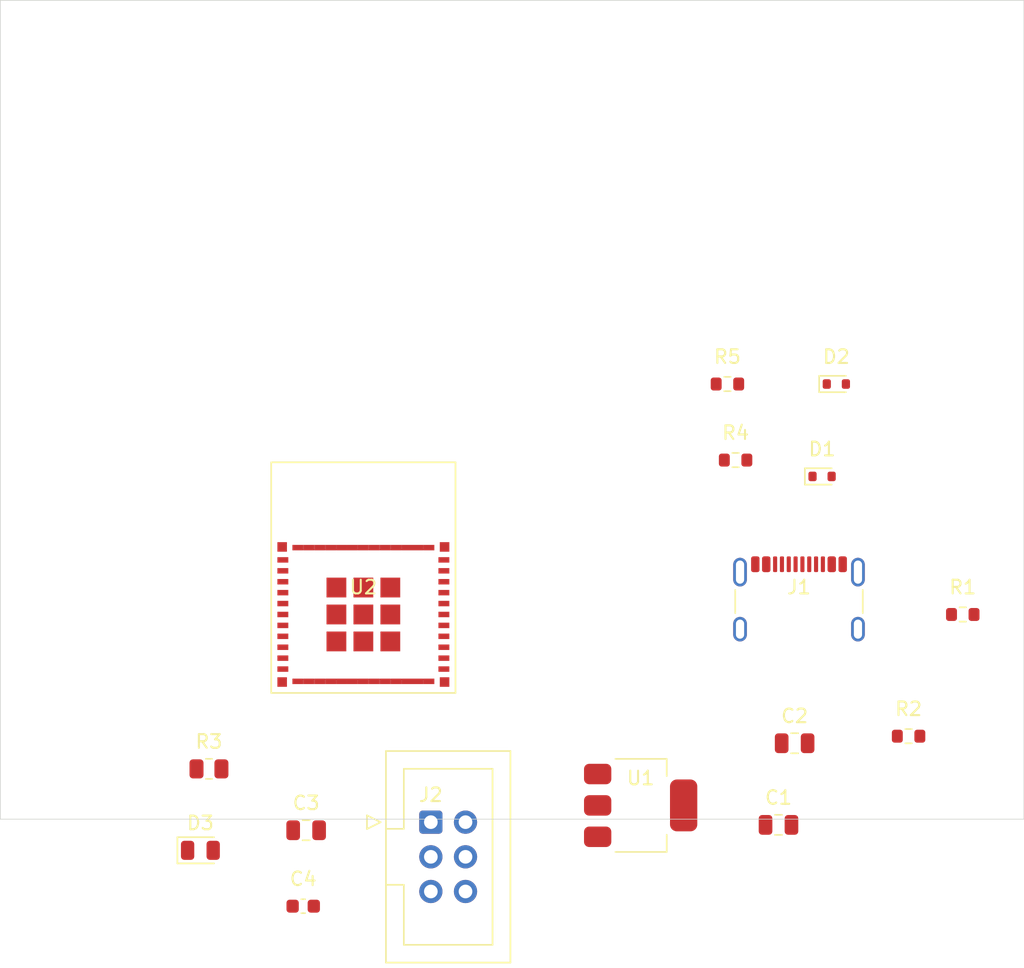
<source format=kicad_pcb>
(kicad_pcb (version 20241229) (generator "pcbnew") (generator_version "9.0")
  (layers (0 "F.Cu" signal) (2 "B.Cu" signal) (13 "F.Paste" user) (15 "B.Paste" user) (5 "F.SilkS" user "F.Silkscreen") (7 "B.SilkS" user "B.Silkscreen") (1 "F.Mask" user) (3 "B.Mask" user) (25 "Edge.Cuts" user))
  (net 0 "")
  (net 1 "VBUS")
  (net 2 "GND")
  (net 3 "USB_DP")
  (net 4 "USB_DM")
  (net 5 "N$1")
  (net 6 "N$2")
  (net 7 "VCC_3V3")
  (net 8 "USB_DP_MCU")
  (net 9 "USB_DM_MCU")
  (net 10 "DEBUG_EN")
  (net 11 "DEBUG_IO0")
  (net 12 "LED_CONTROL")
  (net 13 "DEBUG_TX")
  (net 14 "DEBUG_RX")
  (net 15 "ESP32_C6_MCU/ESP32_C6_MCU{slash}N$3")
  (footprint "Capacitor_SMD:C_0805_2012Metric" (layer "F.Cu") (at 58.20010170234195 54.43543952143958)
    (property "Reference" "C2" (at 0 -2 0) (layer "F.SilkS") (effects (font (size 1.0 1.0))))
    (property "Value" "10uF")
    (fp_line (start -0.261252 -0.735) (end 0.261252 -0.735) (stroke (width 0.12)) (layer "F.SilkS"))
    (fp_line (start -0.261252 0.735) (end 0.261252 0.735) (stroke (width 0.12)) (layer "F.SilkS"))
    (pad "1" smd roundrect (at -0.95 0.0) (size 1.0 1.45) (layers "F.Cu" "F.Mask" "F.Paste") (net 1 "VBUS"))
    (pad "2" smd roundrect (at 0.95 0.0) (size 1.0 1.45) (layers "F.Cu" "F.Mask" "F.Paste") (net 2 "GND"))
  )
  (footprint "Capacitor_SMD:C_0805_2012Metric" (layer "F.Cu") (at 22.407079123690085 60.810020209876484)
    (property "Reference" "C3" (at 0 -2 0) (layer "F.SilkS") (effects (font (size 1.0 1.0))))
    (property "Value" "22uF")
    (fp_line (start -0.261252 -0.735) (end 0.261252 -0.735) (stroke (width 0.12)) (layer "F.SilkS"))
    (fp_line (start -0.261252 0.735) (end 0.261252 0.735) (stroke (width 0.12)) (layer "F.SilkS"))
    (pad "1" smd roundrect (at -0.95 0.0) (size 1.0 1.45) (layers "F.Cu" "F.Mask" "F.Paste") (net 7 "VCC_3V3"))
    (pad "2" smd roundrect (at 0.95 0.0) (size 1.0 1.45) (layers "F.Cu" "F.Mask" "F.Paste") (net 2 "GND"))
  )
  (footprint "Package_TO_SOT_SMD:SOT-223-3_TabPin2" (layer "F.Cu") (at 46.917657912972686 58.99003932596955)
    (property "Reference" "U1" (at 0 -2 0) (layer "F.SilkS") (effects (font (size 1.0 1.0))))
    (property "Value" "~")
    (fp_line (start -1.85 -3.41) (end 1.91 -3.41) (stroke (width 0.12)) (layer "F.SilkS"))
    (fp_line (start -1.85 3.41) (end 1.91 3.41) (stroke (width 0.12)) (layer "F.SilkS"))
    (fp_line (start 1.91 -3.41) (end 1.91 -2.15) (stroke (width 0.12)) (layer "F.SilkS"))
    (fp_line (start 1.91 3.41) (end 1.91 2.15) (stroke (width 0.12)) (layer "F.SilkS"))
    (pad "1" smd roundrect (at -3.15 -2.3) (size 2.0 1.5) (layers "F.Cu" "F.Mask" "F.Paste") (net 2 "GND"))
    (pad "2" smd roundrect (at -3.15 0.0) (size 2.0 1.5) (layers "F.Cu" "F.Mask" "F.Paste") (net 7 "VCC_3V3"))
    (pad "2" smd roundrect (at 3.15 0.0) (size 2.0 3.8) (layers "F.Cu" "F.Mask" "F.Paste") (net 7 "VCC_3V3"))
    (pad "3" smd roundrect (at -3.15 2.3) (size 2.0 1.5) (layers "F.Cu" "F.Mask" "F.Paste") (net 1 "VBUS"))
  )
  (footprint "Capacitor_SMD:C_0603_1608Metric" (layer "F.Cu") (at 22.19237515084938 66.3733690427256)
    (property "Reference" "C4" (at 0 -2 0) (layer "F.SilkS") (effects (font (size 1.0 1.0))))
    (property "Value" "100nF")
    (fp_line (start -0.14058 -0.51) (end 0.14058 -0.51) (stroke (width 0.12)) (layer "F.SilkS"))
    (fp_line (start -0.14058 0.51) (end 0.14058 0.51) (stroke (width 0.12)) (layer "F.SilkS"))
    (pad "1" smd roundrect (at -0.775 0.0) (size 0.9 0.95) (layers "F.Cu" "F.Mask" "F.Paste") (net 7 "VCC_3V3"))
    (pad "2" smd roundrect (at 0.775 0.0) (size 0.9 0.95) (layers "F.Cu" "F.Mask" "F.Paste") (net 2 "GND"))
  )
  (footprint "Resistor_SMD:R_0603_1608Metric" (layer "F.Cu") (at 53.873708498984755 33.68629150101523)
    (property "Reference" "R4" (at 0 -2 0) (layer "F.SilkS") (effects (font (size 1.0 1.0))))
    (property "Value" "22")
    (fp_line (start -0.237258 -0.5225) (end 0.237258 -0.5225) (stroke (width 0.12)) (layer "F.SilkS"))
    (fp_line (start -0.237258 0.5225) (end 0.237258 0.5225) (stroke (width 0.12)) (layer "F.SilkS"))
    (pad "1" smd roundrect (at -0.825 0.0) (size 0.8 0.95) (layers "F.Cu" "F.Mask" "F.Paste") (net 3 "USB_DP"))
    (pad "2" smd roundrect (at 0.825 0.0) (size 0.8 0.95) (layers "F.Cu" "F.Mask" "F.Paste") (net 8 "USB_DP_MCU"))
  )
  (footprint "Resistor_SMD:R_0603_1608Metric" (layer "F.Cu") (at 53.276535899579926 28.1134414899597)
    (property "Reference" "R5" (at 0 -2 0) (layer "F.SilkS") (effects (font (size 1.0 1.0))))
    (property "Value" "22")
    (fp_line (start -0.237258 -0.5225) (end 0.237258 -0.5225) (stroke (width 0.12)) (layer "F.SilkS"))
    (fp_line (start -0.237258 0.5225) (end 0.237258 0.5225) (stroke (width 0.12)) (layer "F.SilkS"))
    (pad "1" smd roundrect (at -0.825 0.0) (size 0.8 0.95) (layers "F.Cu" "F.Mask" "F.Paste") (net 4 "USB_DM"))
    (pad "2" smd roundrect (at 0.825 0.0) (size 0.8 0.95) (layers "F.Cu" "F.Mask" "F.Paste") (net 9 "USB_DM_MCU"))
  )
  (footprint "RF_Module:ESP32-C6-MINI-1" (layer "F.Cu") (at 26.599999999999998 45.0)
    (property "Reference" "U2" (at 0 -2 0) (layer "F.SilkS") (effects (font (size 1.0 1.0))))
    (property "Value" "~")
    (fp_line (start -6.75 -11.15) (end 6.75 -11.15) (stroke (width 0.12)) (layer "F.SilkS"))
    (fp_line (start -6.75 5.75) (end -6.75 -11.15) (stroke (width 0.12)) (layer "F.SilkS"))
    (fp_line (start 6.75 -11.15) (end 6.75 5.75) (stroke (width 0.12)) (layer "F.SilkS"))
    (fp_line (start 6.75 5.75) (end -6.75 5.75) (stroke (width 0.12)) (layer "F.SilkS"))
    (pad "1" smd rect (at -5.9 -4.0) (size 0.8 0.4) (layers "F.Cu" "F.Mask" "F.Paste") (net 2 "GND"))
    (pad "2" smd rect (at -5.9 -3.2) (size 0.8 0.4) (layers "F.Cu" "F.Mask" "F.Paste") (net 2 "GND"))
    (pad "3" smd rect (at -5.9 -2.4) (size 0.8 0.4) (layers "F.Cu" "F.Mask" "F.Paste") (net 7 "VCC_3V3"))
    (pad "4" smd rect (at -5.9 -1.6) (size 0.8 0.4) (layers "F.Cu" "F.Mask" "F.Paste"))
    (pad "5" smd rect (at -5.9 -0.8) (size 0.8 0.4) (layers "F.Cu" "F.Mask" "F.Paste"))
    (pad "6" smd rect (at -5.9 0.0) (size 0.8 0.4) (layers "F.Cu" "F.Mask" "F.Paste"))
    (pad "7" smd rect (at -5.9 0.8) (size 0.8 0.4) (layers "F.Cu" "F.Mask" "F.Paste"))
    (pad "8" smd rect (at -5.9 1.6) (size 0.8 0.4) (layers "F.Cu" "F.Mask" "F.Paste") (net 10 "DEBUG_EN"))
    (pad "9" smd rect (at -5.9 2.4) (size 0.8 0.4) (layers "F.Cu" "F.Mask" "F.Paste"))
    (pad "10" smd rect (at -5.9 3.2) (size 0.8 0.4) (layers "F.Cu" "F.Mask" "F.Paste"))
    (pad "11" smd rect (at -5.9 4.0) (size 0.8 0.4) (layers "F.Cu" "F.Mask" "F.Paste") (net 2 "GND"))
    (pad "12" smd rect (at -4.8 4.9) (size 0.8 0.4) (layers "F.Cu" "F.Mask" "F.Paste") (net 11 "DEBUG_IO0"))
    (pad "13" smd rect (at -4.0 4.9) (size 0.8 0.4) (layers "F.Cu" "F.Mask" "F.Paste"))
    (pad "14" smd rect (at -3.2 4.9) (size 0.8 0.4) (layers "F.Cu" "F.Mask" "F.Paste") (net 2 "GND"))
    (pad "15" smd rect (at -2.4 4.9) (size 0.8 0.4) (layers "F.Cu" "F.Mask" "F.Paste"))
    (pad "16" smd rect (at -1.6 4.9) (size 0.8 0.4) (layers "F.Cu" "F.Mask" "F.Paste"))
    (pad "17" smd rect (at -0.8 4.9) (size 0.8 0.4) (layers "F.Cu" "F.Mask" "F.Paste"))
    (pad "18" smd rect (at 0.0 4.9) (size 0.8 0.4) (layers "F.Cu" "F.Mask" "F.Paste"))
    (pad "19" smd rect (at 0.8 4.9) (size 0.8 0.4) (layers "F.Cu" "F.Mask" "F.Paste"))
    (pad "20" smd rect (at 1.6 4.9) (size 0.8 0.4) (layers "F.Cu" "F.Mask" "F.Paste"))
    (pad "21" smd rect (at 2.4 4.9) (size 0.8 0.4) (layers "F.Cu" "F.Mask" "F.Paste"))
    (pad "22" smd rect (at 3.2 4.9) (size 0.8 0.4) (layers "F.Cu" "F.Mask" "F.Paste") (net 12 "LED_CONTROL"))
    (pad "23" smd rect (at 4.0 4.9) (size 0.8 0.4) (layers "F.Cu" "F.Mask" "F.Paste"))
    (pad "24" smd rect (at 4.8 4.9) (size 0.8 0.4) (layers "F.Cu" "F.Mask" "F.Paste") (net 8 "USB_DP_MCU"))
    (pad "25" smd rect (at 5.9 4.0) (size 0.8 0.4) (layers "F.Cu" "F.Mask" "F.Paste") (net 9 "USB_DM_MCU"))
    (pad "26" smd rect (at 5.9 3.2) (size 0.8 0.4) (layers "F.Cu" "F.Mask" "F.Paste"))
    (pad "27" smd rect (at 5.9 2.4) (size 0.8 0.4) (layers "F.Cu" "F.Mask" "F.Paste"))
    (pad "28" smd rect (at 5.9 1.6) (size 0.8 0.4) (layers "F.Cu" "F.Mask" "F.Paste"))
    (pad "29" smd rect (at 5.9 0.8) (size 0.8 0.4) (layers "F.Cu" "F.Mask" "F.Paste"))
    (pad "30" smd rect (at 5.9 0.0) (size 0.8 0.4) (layers "F.Cu" "F.Mask" "F.Paste") (net 14 "DEBUG_RX"))
    (pad "31" smd rect (at 5.9 -0.8) (size 0.8 0.4) (layers "F.Cu" "F.Mask" "F.Paste") (net 13 "DEBUG_TX"))
    (pad "32" smd rect (at 5.9 -1.6) (size 0.8 0.4) (layers "F.Cu" "F.Mask" "F.Paste"))
    (pad "33" smd rect (at 5.9 -2.4) (size 0.8 0.4) (layers "F.Cu" "F.Mask" "F.Paste"))
    (pad "34" smd rect (at 5.9 -3.2) (size 0.8 0.4) (layers "F.Cu" "F.Mask" "F.Paste"))
    (pad "35" smd rect (at 5.9 -4.0) (size 0.8 0.4) (layers "F.Cu" "F.Mask" "F.Paste"))
    (pad "36" smd rect (at 4.8 -4.9) (size 0.8 0.4) (layers "F.Cu" "F.Mask" "F.Paste") (net 2 "GND"))
    (pad "37" smd rect (at 4.0 -4.9) (size 0.8 0.4) (layers "F.Cu" "F.Mask" "F.Paste") (net 2 "GND"))
    (pad "38" smd rect (at 3.2 -4.9) (size 0.8 0.4) (layers "F.Cu" "F.Mask" "F.Paste") (net 2 "GND"))
    (pad "39" smd rect (at 2.4 -4.9) (size 0.8 0.4) (layers "F.Cu" "F.Mask" "F.Paste") (net 2 "GND"))
    (pad "40" smd rect (at 1.6 -4.9) (size 0.8 0.4) (layers "F.Cu" "F.Mask" "F.Paste") (net 2 "GND"))
    (pad "41" smd rect (at 0.8 -4.9) (size 0.8 0.4) (layers "F.Cu" "F.Mask" "F.Paste") (net 2 "GND"))
    (pad "42" smd rect (at 0.0 -4.9) (size 0.8 0.4) (layers "F.Cu" "F.Mask" "F.Paste") (net 2 "GND"))
    (pad "43" smd rect (at -0.8 -4.9) (size 0.8 0.4) (layers "F.Cu" "F.Mask" "F.Paste") (net 2 "GND"))
    (pad "44" smd rect (at -1.6 -4.9) (size 0.8 0.4) (layers "F.Cu" "F.Mask" "F.Paste") (net 2 "GND"))
    (pad "45" smd rect (at -2.4 -4.9) (size 0.8 0.4) (layers "F.Cu" "F.Mask" "F.Paste") (net 2 "GND"))
    (pad "46" smd rect (at -3.2 -4.9) (size 0.8 0.4) (layers "F.Cu" "F.Mask" "F.Paste") (net 2 "GND"))
    (pad "47" smd rect (at -4.0 -4.9) (size 0.8 0.4) (layers "F.Cu" "F.Mask" "F.Paste") (net 2 "GND"))
    (pad "48" smd rect (at -4.8 -4.9) (size 0.8 0.4) (layers "F.Cu" "F.Mask" "F.Paste") (net 2 "GND"))
    (pad "49" smd roundrect (at -1.975 -1.975) (size 1.45 1.45) (layers "F.Cu" "F.Mask" "F.Paste") (roundrect_rratio 0.0) (net 2 "GND") (property pad_prop_heatsink))
    (pad "49" smd rect (at -1.975 0.0) (size 1.45 1.45) (layers "F.Cu" "F.Mask" "F.Paste") (net 2 "GND") (property pad_prop_heatsink))
    (pad "49" smd rect (at -1.975 1.975) (size 1.45 1.45) (layers "F.Cu" "F.Mask" "F.Paste") (net 2 "GND") (property pad_prop_heatsink))
    (pad "49" smd rect (at 0.0 -1.975) (size 1.45 1.45) (layers "F.Cu" "F.Mask" "F.Paste") (net 2 "GND") (property pad_prop_heatsink))
    (pad "49" smd rect (size 1.45 1.45) (layers "F.Cu" "F.Mask" "F.Paste") (net 2 "GND") (property pad_prop_heatsink))
    (pad "49" smd rect (at 0.0 1.975) (size 1.45 1.45) (layers "F.Cu" "F.Mask" "F.Paste") (net 2 "GND") (property pad_prop_heatsink))
    (pad "49" smd rect (at 1.975 -1.975) (size 1.45 1.45) (layers "F.Cu" "F.Mask" "F.Paste") (net 2 "GND") (property pad_prop_heatsink))
    (pad "49" smd rect (at 1.975 0.0) (size 1.45 1.45) (layers "F.Cu" "F.Mask" "F.Paste") (net 2 "GND") (property pad_prop_heatsink))
    (pad "49" smd rect (at 1.975 1.975) (size 1.45 1.45) (layers "F.Cu" "F.Mask" "F.Paste") (net 2 "GND") (property pad_prop_heatsink))
    (pad "50" smd rect (at 5.95 -4.95) (size 0.7 0.7) (layers "F.Cu" "F.Mask" "F.Paste") (net 2 "GND"))
    (pad "51" smd rect (at 5.95 4.95) (size 0.7 0.7) (layers "F.Cu" "F.Mask" "F.Paste") (net 2 "GND"))
    (pad "52" smd rect (at -5.95 4.95) (size 0.7 0.7) (layers "F.Cu" "F.Mask" "F.Paste") (net 2 "GND"))
    (pad "53" smd rect (at -5.95 -4.95) (size 0.7 0.7) (layers "F.Cu" "F.Mask" "F.Paste") (net 2 "GND"))
  )
  (footprint "Connector_IDC:IDC-Header_2x03_P2.54mm_Vertical" (layer "F.Cu") (at 31.54427190999916 60.21690426072246)
    (property "Reference" "J2" (at 0 -2 0) (layer "F.SilkS") (effects (font (size 1.0 1.0))))
    (property "Value" "~")
    (fp_line (start -4.68 -0.5) (end -4.68 0.5) (stroke (width 0.12)) (layer "F.SilkS"))
    (fp_line (start -4.68 0.5) (end -3.68 0.0) (stroke (width 0.12)) (layer "F.SilkS"))
    (fp_line (start -3.68 0.0) (end -4.68 -0.5) (stroke (width 0.12)) (layer "F.SilkS"))
    (fp_line (start -3.29 -5.21) (end 5.83 -5.21) (stroke (width 0.12)) (layer "F.SilkS"))
    (fp_line (start -3.29 0.49) (end -1.98 0.49) (stroke (width 0.12)) (layer "F.SilkS"))
    (fp_line (start -3.29 10.29) (end -3.29 -5.21) (stroke (width 0.12)) (layer "F.SilkS"))
    (fp_line (start -1.98 -3.91) (end 4.52 -3.91) (stroke (width 0.12)) (layer "F.SilkS"))
    (fp_line (start -1.98 0.49) (end -1.98 -3.91) (stroke (width 0.12)) (layer "F.SilkS"))
    (fp_line (start -1.98 4.59) (end -3.29 4.59) (stroke (width 0.12)) (layer "F.SilkS"))
    (fp_line (start -1.98 4.59) (end -1.98 4.59) (stroke (width 0.12)) (layer "F.SilkS"))
    (fp_line (start -1.98 8.99) (end -1.98 4.59) (stroke (width 0.12)) (layer "F.SilkS"))
    (fp_line (start 4.52 -3.91) (end 4.52 8.99) (stroke (width 0.12)) (layer "F.SilkS"))
    (fp_line (start 4.52 8.99) (end -1.98 8.99) (stroke (width 0.12)) (layer "F.SilkS"))
    (fp_line (start 5.83 -5.21) (end 5.83 10.29) (stroke (width 0.12)) (layer "F.SilkS"))
    (fp_line (start 5.83 10.29) (end -3.29 10.29) (stroke (width 0.12)) (layer "F.SilkS"))
    (pad "1" thru_hole roundrect (size 1.7 1.7) (layers "*.Cu" "*.Mask") (drill 1.0) (roundrect_rratio 0.147059) (net 10 "DEBUG_EN"))
    (pad "2" thru_hole circle (at 2.54 0.0) (size 1.7 1.7) (layers "*.Cu" "*.Mask") (drill 1.0) (net 7 "VCC_3V3"))
    (pad "3" thru_hole circle (at 0.0 2.54) (size 1.7 1.7) (layers "*.Cu" "*.Mask") (drill 1.0) (net 13 "DEBUG_TX"))
    (pad "4" thru_hole circle (at 2.54 2.54) (size 1.7 1.7) (layers "*.Cu" "*.Mask") (drill 1.0) (net 2 "GND"))
    (pad "5" thru_hole circle (at 0.0 5.08) (size 1.7 1.7) (layers "*.Cu" "*.Mask") (drill 1.0) (net 14 "DEBUG_RX"))
    (pad "6" thru_hole circle (at 2.54 5.08) (size 1.7 1.7) (layers "*.Cu" "*.Mask") (drill 1.0) (net 11 "DEBUG_IO0"))
  )
  (footprint "LED_SMD:LED_0805_2012Metric" (layer "F.Cu") (at 14.659120721409318 62.2808398711944)
    (property "Reference" "D3" (at 0 -2 0) (layer "F.SilkS") (effects (font (size 1.0 1.0))))
    (property "Value" "~")
    (fp_line (start -1.685 -0.96) (end -1.685 0.96) (stroke (width 0.12)) (layer "F.SilkS"))
    (fp_line (start -1.685 0.96) (end 1.0 0.96) (stroke (width 0.12)) (layer "F.SilkS"))
    (fp_line (start 1.0 -0.96) (end -1.685 -0.96) (stroke (width 0.12)) (layer "F.SilkS"))
    (pad "1" smd roundrect (at -0.9375 0.0) (size 0.975 1.4) (layers "F.Cu" "F.Mask" "F.Paste") (net 2 "GND"))
    (pad "2" smd roundrect (at 0.9375 0.0) (size 0.975 1.4) (layers "F.Cu" "F.Mask" "F.Paste") (net 15 "ESP32_C6_MCU/ESP32_C6_MCU{slash}N$3"))
  )
  (footprint "Resistor_SMD:R_0805_2012Metric" (layer "F.Cu") (at 15.286291501015238 56.31370849898476)
    (property "Reference" "R3" (at 0 -2 0) (layer "F.SilkS") (effects (font (size 1.0 1.0))))
    (property "Value" "330")
    (fp_line (start -0.227064 -0.735) (end 0.227064 -0.735) (stroke (width 0.12)) (layer "F.SilkS"))
    (fp_line (start -0.227064 0.735) (end 0.227064 0.735) (stroke (width 0.12)) (layer "F.SilkS"))
    (pad "1" smd roundrect (at -0.9125 0.0) (size 1.025 1.4) (layers "F.Cu" "F.Mask" "F.Paste") (roundrect_rratio 0.243902) (net 12 "LED_CONTROL"))
    (pad "2" smd roundrect (at 0.9125 0.0) (size 1.025 1.4) (layers "F.Cu" "F.Mask" "F.Paste") (roundrect_rratio 0.243902) (net 15 "ESP32_C6_MCU/ESP32_C6_MCU{slash}N$3"))
  )
  (footprint "Capacitor_SMD:C_0805_2012Metric" (layer "F.Cu") (at 57.01805582677112 60.4169450794976)
    (property "Reference" "C1" (at 0 -2 0) (layer "F.SilkS") (effects (font (size 1.0 1.0))))
    (property "Value" "10uF")
    (fp_line (start -0.261252 -0.735) (end 0.261252 -0.735) (stroke (width 0.12)) (layer "F.SilkS"))
    (fp_line (start -0.261252 0.735) (end 0.261252 0.735) (stroke (width 0.12)) (layer "F.SilkS"))
    (pad "1" smd roundrect (at -0.95 0.0) (size 1.0 1.45) (layers "F.Cu" "F.Mask" "F.Paste") (net 1 "VBUS"))
    (pad "2" smd roundrect (at 0.95 0.0) (size 1.0 1.45) (layers "F.Cu" "F.Mask" "F.Paste") (net 2 "GND"))
  )
  (footprint "Diode_SMD:D_SOD-523" (layer "F.Cu") (at 60.21163788764552 34.88427679764325)
    (property "Reference" "D1" (at 0 -2 0) (layer "F.SilkS") (effects (font (size 1.0 1.0))))
    (property "Value" "~")
    (fp_line (start -1.26 -0.6) (end -1.26 0.6) (stroke (width 0.12)) (layer "F.SilkS"))
    (fp_line (start 0.7 -0.6) (end -1.26 -0.6) (stroke (width 0.12)) (layer "F.SilkS"))
    (fp_line (start 0.7 0.6) (end -1.26 0.6) (stroke (width 0.12)) (layer "F.SilkS"))
    (pad "1" smd roundrect (at -0.7 0.0) (size 0.6 0.7) (layers "F.Cu" "F.Mask" "F.Paste") (net 3 "USB_DP"))
    (pad "2" smd roundrect (at 0.7 0.0) (size 0.6 0.7) (layers "F.Cu" "F.Mask" "F.Paste") (net 2 "GND"))
  )
  (footprint "Diode_SMD:D_SOD-523" (layer "F.Cu") (at 61.25653589957993 28.113441489959698)
    (property "Reference" "D2" (at 0 -2 0) (layer "F.SilkS") (effects (font (size 1.0 1.0))))
    (property "Value" "~")
    (fp_line (start -1.26 -0.6) (end -1.26 0.6) (stroke (width 0.12)) (layer "F.SilkS"))
    (fp_line (start 0.7 -0.6) (end -1.26 -0.6) (stroke (width 0.12)) (layer "F.SilkS"))
    (fp_line (start 0.7 0.6) (end -1.26 0.6) (stroke (width 0.12)) (layer "F.SilkS"))
    (pad "1" smd roundrect (at -0.7 0.0) (size 0.6 0.7) (layers "F.Cu" "F.Mask" "F.Paste") (net 4 "USB_DM"))
    (pad "2" smd roundrect (at 0.7 0.0) (size 0.6 0.7) (layers "F.Cu" "F.Mask" "F.Paste") (net 2 "GND"))
  )
  (footprint "Connector_USB:USB_C_Receptacle_GCT_USB4105-xx-A_16P_TopMnt_Horizontal" (layer "F.Cu") (at 58.519999999999996 45.0)
    (property "Reference" "J1" (at 0 -2 0) (layer "F.SilkS") (effects (font (size 1.0 1.0))))
    (property "Value" "~")
    (fp_line (start -4.67 -0.1) (end -4.67 -1.8) (stroke (width 0.12)) (layer "F.SilkS"))
    (fp_line (start 4.67 -0.1) (end 4.67 -1.8) (stroke (width 0.12)) (layer "F.SilkS"))
    (pad "" np_thru_hole circle (at -2.89 -2.605) (size 0.65 0.65) (layers "F&B.Cu" "*.Mask") (drill 0.65))
    (pad "" np_thru_hole circle (at 2.89 -2.605) (size 0.65 0.65) (layers "F&B.Cu" "*.Mask") (drill 0.65))
    (pad "A1" smd roundrect (at -3.2 -3.68) (size 0.6 1.15) (layers "F.Cu" "F.Mask" "F.Paste") (net 2 "GND"))
    (pad "A4" smd roundrect (at -2.4 -3.68) (size 0.6 1.15) (layers "F.Cu" "F.Mask" "F.Paste") (net 1 "VBUS"))
    (pad "A5" smd roundrect (at -1.25 -3.68) (size 0.3 1.15) (layers "F.Cu" "F.Mask" "F.Paste") (net 5 "N$1"))
    (pad "A6" smd roundrect (at -0.25 -3.68) (size 0.3 1.15) (layers "F.Cu" "F.Mask" "F.Paste") (net 3 "USB_DP"))
    (pad "A7" smd roundrect (at 0.25 -3.68) (size 0.3 1.15) (layers "F.Cu" "F.Mask" "F.Paste") (net 4 "USB_DM"))
    (pad "A8" smd roundrect (at 1.25 -3.68) (size 0.3 1.15) (layers "F.Cu" "F.Mask" "F.Paste"))
    (pad "A9" smd roundrect (at 2.4 -3.68) (size 0.6 1.15) (layers "F.Cu" "F.Mask" "F.Paste") (net 1 "VBUS"))
    (pad "A12" smd roundrect (at 3.2 -3.68) (size 0.6 1.15) (layers "F.Cu" "F.Mask" "F.Paste") (net 2 "GND"))
    (pad "B1" smd roundrect (at 3.2 -3.68) (size 0.6 1.15) (layers "F.Cu" "F.Mask" "F.Paste") (net 2 "GND"))
    (pad "B4" smd roundrect (at 2.4 -3.68) (size 0.6 1.15) (layers "F.Cu" "F.Mask" "F.Paste") (net 1 "VBUS"))
    (pad "B5" smd roundrect (at 1.75 -3.68) (size 0.3 1.15) (layers "F.Cu" "F.Mask" "F.Paste") (net 6 "N$2"))
    (pad "B6" smd roundrect (at 0.75 -3.68) (size 0.3 1.15) (layers "F.Cu" "F.Mask" "F.Paste"))
    (pad "B7" smd roundrect (at -0.75 -3.68) (size 0.3 1.15) (layers "F.Cu" "F.Mask" "F.Paste"))
    (pad "B8" smd roundrect (at -1.75 -3.68) (size 0.3 1.15) (layers "F.Cu" "F.Mask" "F.Paste"))
    (pad "B9" smd roundrect (at -2.4 -3.68) (size 0.6 1.15) (layers "F.Cu" "F.Mask" "F.Paste") (net 1 "VBUS"))
    (pad "B12" smd roundrect (at -3.2 -3.68) (size 0.6 1.15) (layers "F.Cu" "F.Mask" "F.Paste") (net 2 "GND"))
    (pad "S1" thru_hole oval (at -4.32 -3.105) (size 1.0 2.1) (layers "*.Cu" "*.Mask" "F.Paste") (drill oval 0.6 1.7) (net 2 "GND") (property pad_prop_heatsink))
    (pad "S1" thru_hole oval (at -4.32 1.075) (size 1.0 1.8) (layers "*.Cu" "*.Mask" "F.Paste") (drill oval 0.6 1.4) (net 2 "GND") (property pad_prop_heatsink))
    (pad "S1" thru_hole oval (at 4.32 -3.105) (size 1.0 2.1) (layers "*.Cu" "*.Mask" "F.Paste") (drill oval 0.6 1.7) (net 2 "GND") (property pad_prop_heatsink))
    (pad "S1" thru_hole oval (at 4.32 1.075) (size 1.0 1.8) (layers "*.Cu" "*.Mask" "F.Paste") (drill oval 0.6 1.4) (net 2 "GND") (property pad_prop_heatsink))
  )
  (footprint "Resistor_SMD:R_0603_1608Metric" (layer "F.Cu") (at 70.52 45.0)
    (property "Reference" "R1" (at 0 -2 0) (layer "F.SilkS") (effects (font (size 1.0 1.0))))
    (property "Value" "5.1k")
    (fp_line (start -0.237258 -0.5225) (end 0.237258 -0.5225) (stroke (width 0.12)) (layer "F.SilkS"))
    (fp_line (start -0.237258 0.5225) (end 0.237258 0.5225) (stroke (width 0.12)) (layer "F.SilkS"))
    (pad "1" smd roundrect (at -0.825 0.0) (size 0.8 0.95) (layers "F.Cu" "F.Mask" "F.Paste") (net 5 "N$1"))
    (pad "2" smd roundrect (at 0.825 0.0) (size 0.8 0.95) (layers "F.Cu" "F.Mask" "F.Paste") (net 2 "GND"))
  )
  (footprint "Resistor_SMD:R_0603_1608Metric" (layer "F.Cu") (at 66.54956727630629 53.91773790572873)
    (property "Reference" "R2" (at 0 -2 0) (layer "F.SilkS") (effects (font (size 1.0 1.0))))
    (property "Value" "5.1k")
    (fp_line (start -0.237258 -0.5225) (end 0.237258 -0.5225) (stroke (width 0.12)) (layer "F.SilkS"))
    (fp_line (start -0.237258 0.5225) (end 0.237258 0.5225) (stroke (width 0.12)) (layer "F.SilkS"))
    (pad "1" smd roundrect (at -0.825 0.0) (size 0.8 0.95) (layers "F.Cu" "F.Mask" "F.Paste") (net 6 "N$2"))
    (pad "2" smd roundrect (at 0.825 0.0) (size 0.8 0.95) (layers "F.Cu" "F.Mask" "F.Paste") (net 2 "GND"))
  )
  (gr_rect (start 0 0) (end 75.0 60.0) (stroke (width 0.05)) (fill no) (layer "Edge.Cuts"))
)
</source>
